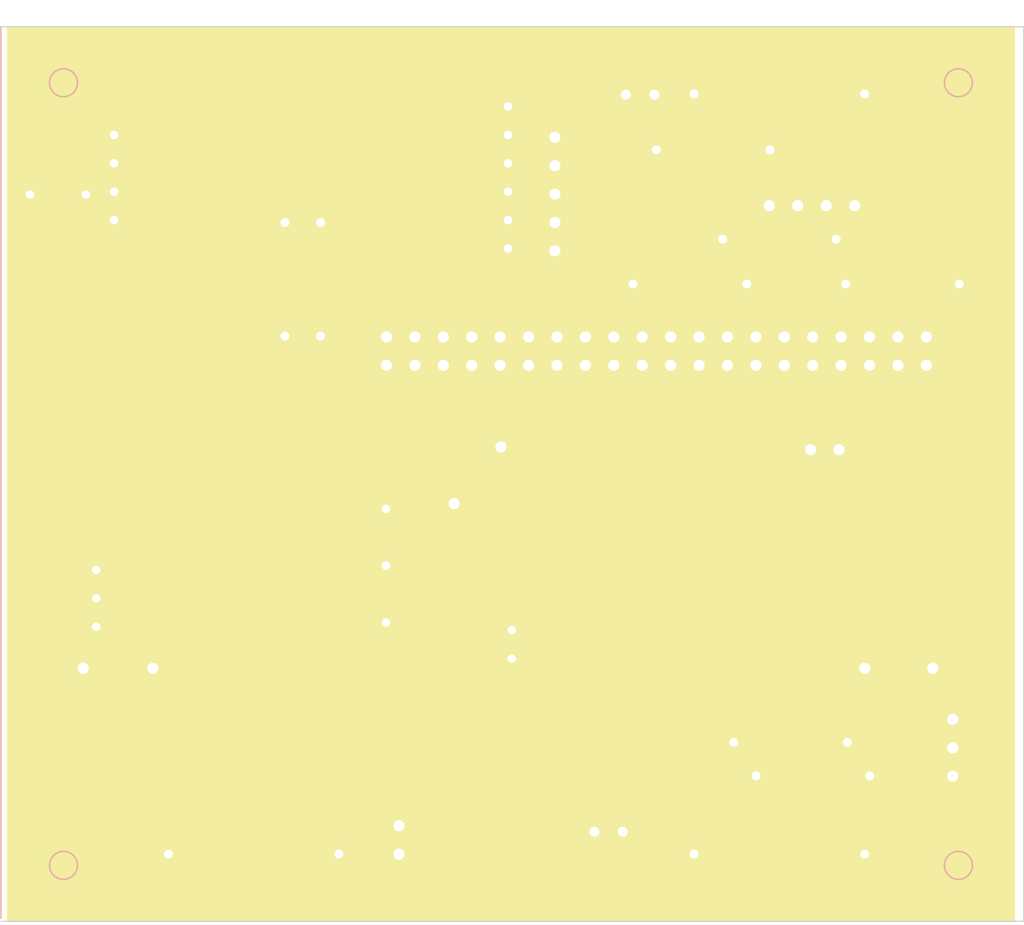
<source format=kicad_pcb>
(kicad_pcb (version 20211014) (generator pcbnew)
  (layers (0 "F.Cu" signal) (31 "B.Cu" signal) (34 "B.Paste" user) (35 "F.Paste" user) (36 "B.SilkS" user "B.Silkscreen") (37 "F.SilkS" user "F.Silkscreen") (38 "B.Mask" user) (39 "F.Mask" user) (44 "Edge.Cuts" user))
  (net 0 "")
  (net 1 "Net-(D1-Pad1)")
  (net 2 "GPIO18")
  (net 3 "Net-(D2-Pad1)")
  (net 4 "GPIO4")
  (net 5 "+3V3")
  (net 6 "+5V")
  (net 7 "GND")
  (net 10 "GPIO17")
  (net 11 "GPIO23")
  (net 15 "GPIO25")
  (net 29 "GPIO21")
  (net 30 "Net-(J4-Pad1)")
  (net 35 "Net-(SW3-Pad1)")
  (net 36 "Net-(J1-Pad15)")
  (net 38 "GPIO2")
  (net 39 "GPIO3")
  (net 41 "GPIO27")
  (net 42 "Net-(J1-Pad17)")
  (footprint "Ma_librairie1:Rtc_arduino" (layer "F.Cu") (at 94.98119 48.09)
    (fp_text reference "U1" (at 16.51 10.5 unlocked) (layer "F.SilkS"))
    (fp_text value "Horloge_Arduino" (at 16.51 12 unlocked) (layer "F.SilkS"))
    (fp_text user "VCC" (at 2.738536 12.328536) (layer "F.SilkS") (effects (font (size 1 0.9) (thickness 0.125)) (justify left top)))
    (fp_text user "SDA" (at 2.568788 9.66) (layer "F.SilkS") (effects (font (size 1 0.9) (thickness 0.125)) (justify left top)))
    (fp_text user "SDA" (at 32.509862 12.10463) (layer "F.SilkS") (effects (font (size 1 0.9) (thickness 0.125)) (justify left top)))
    (fp_text user "SCL" (at 32.395583 9.533349) (layer "F.SilkS") (effects (font (size 1 0.9) (thickness 0.125)) (justify left top)))
    (fp_text user "DS 3231" (at 14.096081 -2.13969) (layer "F.SilkS") (effects (font (size 1 0.9) (thickness 0.125)) (justify left top)))
    (fp_text user "SCL" (at 2.668782 7.147829) (layer "F.SilkS") (effects (font (size 1 0.9) (thickness 0.125)) (justify left top)))
    (fp_text user "GND" (at 32.452722 17.247192) (layer "F.SilkS") (effects (font (size 1 0.9) (thickness 0.125)) (justify left top)))
    (fp_text user "GND" (at 2.567117 14.697117) (layer "F.SilkS") (effects (font (size 1 0.9) (thickness 0.125)) (justify left top)))
    (fp_text user "SQW" (at 32.452722 7.076347) (layer "F.SilkS") (effects (font (size 1 0.9) (thickness 0.125)) (justify left top)))
    (fp_text user "VCC" (at 32.395583 14.733051) (layer "F.SilkS") (effects (font (size 1 0.9) (thickness 0.125)) (justify left top)))
    (fp_text user "32K" (at 32.395583 4.676485) (layer "F.SilkS") (effects (font (size 1 0.9) (thickness 0.125)) (justify left top)))
    (fp_line (start 38.11 21.97) (end 38.11 -0.03) (layer "F.SilkS") (width 0.2))
    (fp_line (start 0.11 -0.03) (end 0.11 21.97) (layer "F.SilkS") (width 0.2))
    (fp_line (start 0.11 21.97) (end 38.11 21.97) (layer "F.SilkS") (width 0.2))
    (fp_line (start 0.11 -0.03) (end 38.11 -0.03) (layer "F.SilkS") (width 0.2))
    (fp_circle (center 17.11 10.97) (end 27.11 10.97) (layer "F.SilkS") (width 0.2) (fill none))
    (fp_circle (center 4.11 2.22) (end 5.31 2.22) (layer "F.SilkS") (width 0.2) (fill none))
    (fp_circle (center 30.11 2.22) (end 31.31 2.22) (layer "F.SilkS") (width 0.2) (fill none))
    (fp_circle (center 30.11 19.72) (end 31.31 19.72) (layer "F.SilkS") (width 0.2) (fill none))
    (pad "1" thru_hole circle (at 1.5 7.58) (size 1.524 1.524) (drill 0.762) (layers *.Cu *.Mask))
    (pad "2" thru_hole circle (at 1.5 10.12) (size 1.524 1.524) (drill 0.762) (layers *.Cu *.Mask))
    (pad "3" thru_hole circle (at 1.5 12.66) (size 1.524 1.524) (drill 0.762) (layers *.Cu *.Mask) (net 5 "+3V3"))
    (pad "4" thru_hole circle (at 1.5 15.2) (size 1.524 1.524) (drill 0.762) (layers *.Cu *.Mask) (net 7 "GND"))
    (pad "5" thru_hole circle (at 36.72 17.74) (size 1.524 1.524) (drill 0.762) (layers *.Cu *.Mask) (net 7 "GND"))
    (pad "6" thru_hole circle (at 36.72 15.2) (size 1.524 1.524) (drill 0.762) (layers *.Cu *.Mask) (net 5 "+3V3"))
    (pad "7" thru_hole circle (at 36.72 12.66) (size 1.524 1.524) (drill 0.762) (layers *.Cu *.Mask) (net 38 "GPIO2"))
    (pad "8" thru_hole circle (at 36.72 10.12) (size 1.524 1.524) (drill 0.762) (layers *.Cu *.Mask) (net 39 "GPIO3"))
    (pad "9" thru_hole circle (at 36.72 7.58) (size 1.524 1.524) (drill 0.762) (layers *.Cu *.Mask))
    (pad "10" thru_hole circle (at 36.72 5.04) (size 1.524 1.524) (drill 0.762) (layers *.Cu *.Mask))
  )
  (footprint "Resistor_THT:R_Axial_DIN0207_L6.3mm_D2.5mm_P15.24mm_Horizontal" (layer "F.Cu") (at 101.34119 120)
    (fp_text reference "SW3" (at 7.62 -2.37) (layer "F.SilkS"))
    (fp_text value "SW_Reed")
    (fp_line (start 10.89 1.37) (end 10.89 -1.37) (layer "F.SilkS") (width 0.12))
    (fp_line (start 14.2 0) (end 10.89 0) (layer "F.SilkS") (width 0.12))
    (fp_line (start 4.35 1.37) (end 10.89 1.37) (layer "F.SilkS") (width 0.12))
    (fp_line (start 4.35 -1.37) (end 4.35 1.37) (layer "F.SilkS") (width 0.12))
    (fp_line (start 1.04 0) (end 4.35 0) (layer "F.SilkS") (width 0.12))
    (fp_line (start 10.89 -1.37) (end 4.35 -1.37) (layer "F.SilkS") (width 0.12))
    (pad "1" thru_hole circle (at 0 0) (size 1.6 1.6) (drill 0.8) (layers *.Cu *.Mask) (net 35 "Net-(SW3-Pad1)"))
    (pad "2" thru_hole oval (at 15.24 0) (size 1.6 1.6) (drill 0.8) (layers *.Cu *.Mask) (net 30 "Net-(J4-Pad1)"))
  )
  (footprint "Ma_librairie1:Relai_arduino" (layer "F.Cu") (at 92.28619 81.075)
    (fp_text reference "U2" (at 16 15.5 unlocked) (layer "F.SilkS"))
    (fp_text value "relai_Arduino" (at 16 17 unlocked) (layer "F.SilkS"))
    (fp_line (start 33.5 0) (end 33.5 26) (layer "F.SilkS") (width 0.2))
    (fp_line (start 0 0) (end 33.5 0) (layer "F.SilkS") (width 0.2))
    (fp_line (start 32 22) (end 32 5.5) (layer "F.SilkS") (width 0.2))
    (fp_line (start 6 22) (end 6 5.5) (layer "F.SilkS") (width 0.2))
    (fp_line (start 6 5.5) (end 32 5.5) (layer "F.SilkS") (width 0.2))
    (fp_line (start 25 22) (end 25 5.5) (layer "F.SilkS") (width 0.2))
    (fp_line (start 33.5 26) (end 0 26) (layer "F.SilkS") (width 0.2))
    (fp_line (start 6 22) (end 32 22) (layer "F.SilkS") (width 0.2))
    (fp_line (start 0 26) (end 0 0) (layer "F.SilkS") (width 0.2))
    (fp_circle (center 30.6 23.4) (end 32.1 23.4) (layer "F.SilkS") (width 0.2) (fill none))
    (fp_circle (center 2.6 23.4) (end 4.1 23.4) (layer "F.SilkS") (width 0.2) (fill none))
    (fp_circle (center 2.6 2.6) (end 4.1 2.6) (layer "F.SilkS") (width 0.2) (fill none))
    (fp_circle (center 30.6 2.6) (end 31.983771 2.6) (layer "F.SilkS") (width 0.2) (fill none))
    (pad "1" thru_hole rect (at 2.6 13.5) (size 1.524 1.524) (drill 0.762) (layers *.Cu *.Mask) (net 41 "GPIO27"))
    (pad "2" thru_hole circle (at 2.6 16.04) (size 1.524 1.524) (drill 0.762) (layers *.Cu *.Mask) (net 6 "+5V"))
    (pad "3" thru_hole circle (at 2.6 18.58) (size 1.524 1.524) (drill 0.762) (layers *.Cu *.Mask) (net 7 "GND"))
    (pad "4" thru_hole circle (at 28.5 18.21) (size 1.524 1.524) (drill 0.762) (layers *.Cu *.Mask))
    (pad "5" thru_hole circle (at 28.5 13.13) (size 1.524 1.524) (drill 0.762) (layers *.Cu *.Mask))
    (pad "6" thru_hole circle (at 28.5 8.05) (size 1.524 1.524) (drill 0.762) (layers *.Cu *.Mask))
  )
  (footprint "Ma_librairie1:Jauge_arduino" (layer "F.Cu") (at 129.49919 85.995)
    (fp_text reference "U3" (at 33.02 13.51 unlocked) (layer "F.SilkS"))
    (fp_text value "jauge" (at 33.02 15.01 unlocked) (layer "F.SilkS"))
    (fp_text user "+12V" (at 3.156424 16.266353) (layer "F.SilkS") (effects (font (size 0.5 0.45) (thickness 0.0625)) (justify left top)))
    (fp_text user "GND" (at 3.213528 13.714811) (layer "F.SilkS") (effects (font (size 0.5 0.45) (thickness 0.0625)) (justify left top)))
    (fp_line (start 41.074 18.41) (end 0.074 18.41) (layer "F.SilkS") (width 0.2))
    (fp_line (start 10.074 15.16) (end 31.074 15.16) (layer "F.SilkS") (width 0.2))
    (fp_line (start 0.074 1.91) (end 41.074 1.91) (layer "F.SilkS") (width 0.2))
    (fp_line (start 0.074 18.41) (end 0.074 1.91) (layer "F.SilkS") (width 0.2))
    (fp_line (start 27.074 6.66) (end 27.074 13.66) (layer "F.SilkS") (width 0.2))
    (fp_line (start 5.074 0.16) (end 5.074 20.16) (layer "F.SilkS") (width 0.2))
    (fp_line (start 20.574 6.66) (end 20.574 13.66) (layer "F.SilkS") (width 0.2))
    (fp_line (start 17.574 6.66) (end 17.574 13.66) (layer "F.SilkS") (width 0.2))
    (fp_line (start 13.074 13.66) (end 16.074 13.66) (layer "F.SilkS") (width 0.2))
    (fp_line (start 22.074 6.66) (end 22.074 13.66) (layer "F.SilkS") (width 0.2))
    (fp_line (start 8.074 7.66) (end 10.074 7.66) (layer "F.SilkS") (width 0.2))
    (fp_line (start 8.074 7.66) (end 8.074 12.66) (layer "F.SilkS") (width 0.2))
    (fp_line (start 22.074 13.66) (end 25.074 13.66) (layer "F.SilkS") (width 0.2))
    (fp_line (start 25.074 6.66) (end 25.074 13.66) (layer "F.SilkS") (width 0.2))
    (fp_line (start 31.074 5.16) (end 31.074 15.16) (layer "F.SilkS") (width 0.2))
    (fp_line (start 17.574 6.66) (end 20.574 6.66) (layer "F.SilkS") (width 0.2))
    (fp_line (start 13.074 6.66) (end 13.074 13.66) (layer "F.SilkS") (width 0.2))
    (fp_line (start 36.074 0.16) (end 36.074 20.16) (layer "F.SilkS") (width 0.2))
    (fp_line (start 17.574 13.66) (end 20.574 13.66) (layer "F.SilkS") (width 0.2))
    (fp_line (start 41.074 1.91) (end 41.074 18.41) (layer "F.SilkS") (width 0.2))
    (fp_line (start 22.074 6.66) (end 25.074 6.66) (layer "F.SilkS") (width 0.2))
    (fp_line (start 27.074 6.66) (end 30.074 6.66) (layer "F.SilkS") (width 0.2))
    (fp_line (start 13.074 6.66) (end 16.074 6.66) (layer "F.SilkS") (width 0.2))
    (fp_line (start 10.074 5.16) (end 10.074 15.16) (layer "F.SilkS") (width 0.2))
    (fp_line (start 5.074 20.16) (end 36.074 20.16) (layer "F.SilkS") (width 0.2))
    (fp_line (start 5.074 0.16) (end 36.074 0.16) (layer "F.SilkS") (width 0.2))
    (fp_line (start 27.074 13.66) (end 30.074 13.66) (layer "F.SilkS") (width 0.2))
    (fp_line (start 16.074 6.66) (end 16.074 13.66) (layer "F.SilkS") (width 0.2))
    (fp_line (start 10.074 5.16) (end 31.074 5.16) (layer "F.SilkS") (width 0.2))
    (fp_line (start 8.074 12.66) (end 10.074 12.66) (layer "F.SilkS") (width 0.2))
    (fp_line (start 30.074 6.66) (end 30.074 13.66) (layer "F.SilkS") (width 0.2))
    (fp_circle (center 38.574 10.16) (end 39.574 10.16) (layer "F.SilkS") (width 0.2) (fill none))
    (fp_circle (center 2.574 10.16) (end 3.574 10.16) (layer "F.SilkS") (width 0.2) (fill none))
    (pad "1" thru_hole rect (at 2.54 16.51) (size 1.524 1.524) (drill 0.762) (layers *.Cu *.Mask) (net 35 "Net-(SW3-Pad1)"))
    (pad "2" thru_hole circle (at 2.54 13.97) (size 1.524 1.524) (drill 0.762) (layers *.Cu *.Mask) (net 7 "GND"))
  )
  (footprint "Connector_PinHeader_2.54mm:PinHeader_2x20_P2.54mm_Vertical" (layer "F.Cu") (at 120.83619 76.275 90)
    (fp_text reference "J1" (at 1.27 -2.33 90) (layer "F.SilkS"))
    (fp_text value "Raspberry_Pi_2_3")
    (fp_line (start 3.87 -1.33) (end 3.87 49.59) (layer "F.SilkS") (width 0.12))
    (fp_line (start -1.33 1.27) (end -1.33 49.59) (layer "F.SilkS") (width 0.12))
    (fp_line (start -1.33 -1.33) (end 0 -1.33) (layer "F.SilkS") (width 0.12))
    (fp_line (start 1.27 1.27) (end 1.27 -1.33) (layer "F.SilkS") (width 0.12))
    (fp_line (start -1.33 1.27) (end 1.27 1.27) (layer "F.SilkS") (width 0.12))
    (fp_line (start 1.27 -1.33) (end 3.87 -1.33) (layer "F.SilkS") (width 0.12))
    (fp_line (start -1.33 0) (end -1.33 -1.33) (layer "F.SilkS") (width 0.12))
    (fp_line (start -1.33 49.59) (end 3.87 49.59) (layer "F.SilkS") (width 0.12))
    (pad "1" thru_hole rect (at 0 0 90) (size 1.7 1.7) (drill 1) (layers *.Cu *.Mask) (net 5 "+3V3"))
    (pad "2" thru_hole oval (at 2.54 0 90) (size 1.7 1.7) (drill 1) (layers *.Cu *.Mask) (net 6 "+5V"))
    (pad "3" thru_hole oval (at 0 2.54 90) (size 1.7 1.7) (drill 1) (layers *.Cu *.Mask) (net 38 "GPIO2"))
    (pad "4" thru_hole oval (at 2.54 2.54 90) (size 1.7 1.7) (drill 1) (layers *.Cu *.Mask) (net 6 "+5V"))
    (pad "5" thru_hole oval (at 0 5.08 90) (size 1.7 1.7) (drill 1) (layers *.Cu *.Mask) (net 39 "GPIO3"))
    (pad "6" thru_hole oval (at 2.54 5.08 90) (size 1.7 1.7) (drill 1) (layers *.Cu *.Mask) (net 7 "GND"))
    (pad "7" thru_hole oval (at 0 7.62 90) (size 1.7 1.7) (drill 1) (layers *.Cu *.Mask) (net 4 "GPIO4"))
    (pad "8" thru_hole oval (at 2.54 7.62 90) (size 1.7 1.7) (drill 1) (layers *.Cu *.Mask))
    (pad "9" thru_hole oval (at 0 10.16 90) (size 1.7 1.7) (drill 1) (layers *.Cu *.Mask) (net 7 "GND"))
    (pad "10" thru_hole oval (at 2.54 10.16 90) (size 1.7 1.7) (drill 1) (layers *.Cu *.Mask))
    (pad "11" thru_hole oval (at 0 12.7 90) (size 1.7 1.7) (drill 1) (layers *.Cu *.Mask) (net 10 "GPIO17"))
    (pad "12" thru_hole oval (at 2.54 12.7 90) (size 1.7 1.7) (drill 1) (layers *.Cu *.Mask) (net 2 "GPIO18"))
    (pad "13" thru_hole oval (at 0 15.24 90) (size 1.7 1.7) (drill 1) (layers *.Cu *.Mask) (net 41 "GPIO27"))
    (pad "14" thru_hole oval (at 2.54 15.24 90) (size 1.7 1.7) (drill 1) (layers *.Cu *.Mask) (net 7 "GND"))
    (pad "15" thru_hole oval (at 0 17.78 90) (size 1.7 1.7) (drill 1) (layers *.Cu *.Mask) (net 36 "Net-(J1-Pad15)"))
    (pad "16" thru_hole oval (at 2.54 17.78 90) (size 1.7 1.7) (drill 1) (layers *.Cu *.Mask) (net 11 "GPIO23"))
    (pad "17" thru_hole oval (at 0 20.32 90) (size 1.7 1.7) (drill 1) (layers *.Cu *.Mask) (net 42 "Net-(J1-Pad17)"))
    (pad "18" thru_hole oval (at 2.54 20.32 90) (size 1.7 1.7) (drill 1) (layers *.Cu *.Mask))
    (pad "19" thru_hole oval (at 0 22.86 90) (size 1.7 1.7) (drill 1) (layers *.Cu *.Mask))
    (pad "20" thru_hole oval (at 2.54 22.86 90) (size 1.7 1.7) (drill 1) (layers *.Cu *.Mask) (net 7 "GND"))
    (pad "21" thru_hole oval (at 0 25.4 90) (size 1.7 1.7) (drill 1) (layers *.Cu *.Mask))
    (pad "22" thru_hole oval (at 2.54 25.4 90) (size 1.7 1.7) (drill 1) (layers *.Cu *.Mask) (net 15 "GPIO25"))
    (pad "23" thru_hole oval (at 0 27.94 90) (size 1.7 1.7) (drill 1) (layers *.Cu *.Mask))
    (pad "24" thru_hole oval (at 2.54 27.94 90) (size 1.7 1.7) (drill 1) (layers *.Cu *.Mask))
    (pad "25" thru_hole oval (at 0 30.48 90) (size 1.7 1.7) (drill 1) (layers *.Cu *.Mask) (net 7 "GND"))
    (pad "26" thru_hole oval (at 2.54 30.48 90) (size 1.7 1.7) (drill 1) (layers *.Cu *.Mask))
    (pad "27" thru_hole oval (at 0 33.02 90) (size 1.7 1.7) (drill 1) (layers *.Cu *.Mask))
    (pad "28" thru_hole oval (at 2.54 33.02 90) (size 1.7 1.7) (drill 1) (layers *.Cu *.Mask))
    (pad "29" thru_hole oval (at 0 35.56 90) (size 1.7 1.7) (drill 1) (layers *.Cu *.Mask))
    (pad "30" thru_hole oval (at 2.54 35.56 90) (size 1.7 1.7) (drill 1) (layers *.Cu *.Mask) (net 7 "GND"))
    (pad "31" thru_hole oval (at 0 38.1 90) (size 1.7 1.7) (drill 1) (layers *.Cu *.Mask))
    (pad "32" thru_hole oval (at 2.54 38.1 90) (size 1.7 1.7) (drill 1) (layers *.Cu *.Mask))
    (pad "33" thru_hole oval (at 0 40.64 90) (size 1.7 1.7) (drill 1) (layers *.Cu *.Mask))
    (pad "34" thru_hole oval (at 2.54 40.64 90) (size 1.7 1.7) (drill 1) (layers *.Cu *.Mask) (net 7 "GND"))
    (pad "35" thru_hole oval (at 0 43.18 90) (size 1.7 1.7) (drill 1) (layers *.Cu *.Mask))
    (pad "36" thru_hole oval (at 2.54 43.18 90) (size 1.7 1.7) (drill 1) (layers *.Cu *.Mask))
    (pad "37" thru_hole oval (at 0 45.72 90) (size 1.7 1.7) (drill 1) (layers *.Cu *.Mask))
    (pad "38" thru_hole oval (at 2.54 45.72 90) (size 1.7 1.7) (drill 1) (layers *.Cu *.Mask))
    (pad "39" thru_hole oval (at 0 48.26 90) (size 1.7 1.7) (drill 1) (layers *.Cu *.Mask) (net 7 "GND"))
    (pad "40" thru_hole oval (at 2.54 48.26 90) (size 1.7 1.7) (drill 1) (layers *.Cu *.Mask) (net 29 "GPIO21"))
  )
  (footprint "Resistor_THT:R_Axial_DIN0207_L6.3mm_D2.5mm_P10.16mm_Horizontal" (layer "F.Cu") (at 151.88119 110)
    (fp_text reference "R1" (at 5.08 -2.37) (layer "F.SilkS"))
    (fp_text value "220")
    (fp_line (start 1.81 -1.37) (end 1.81 1.37) (layer "F.SilkS") (width 0.12))
    (fp_line (start 1.04 0) (end 1.81 0) (layer "F.SilkS") (width 0.12))
    (fp_line (start 8.35 -1.37) (end 1.81 -1.37) (layer "F.SilkS") (width 0.12))
    (fp_line (start 1.81 1.37) (end 8.35 1.37) (layer "F.SilkS") (width 0.12))
    (fp_line (start 8.35 1.37) (end 8.35 -1.37) (layer "F.SilkS") (width 0.12))
    (fp_line (start 9.12 0) (end 8.35 0) (layer "F.SilkS") (width 0.12))
    (pad "1" thru_hole circle (at 0 0) (size 1.6 1.6) (drill 0.8) (layers *.Cu *.Mask) (net 3 "Net-(D2-Pad1)"))
    (pad "2" thru_hole oval (at 10.16 0) (size 1.6 1.6) (drill 0.8) (layers *.Cu *.Mask) (net 7 "GND"))
  )
  (footprint "Resistor_THT:R_Axial_DIN0207_L6.3mm_D2.5mm_P10.16mm_Horizontal" (layer "F.Cu") (at 142.88119 69)
    (fp_text reference "R3" (at 5.08 -2.37) (layer "F.SilkS"))
    (fp_text value "1K")
    (fp_line (start 8.35 1.37) (end 8.35 -1.37) (layer "F.SilkS") (width 0.12))
    (fp_line (start 1.81 -1.37) (end 1.81 1.37) (layer "F.SilkS") (width 0.12))
    (fp_line (start 9.12 0) (end 8.35 0) (layer "F.SilkS") (width 0.12))
    (fp_line (start 1.04 0) (end 1.81 0) (layer "F.SilkS") (width 0.12))
    (fp_line (start 1.81 1.37) (end 8.35 1.37) (layer "F.SilkS") (width 0.12))
    (fp_line (start 8.35 -1.37) (end 1.81 -1.37) (layer "F.SilkS") (width 0.12))
    (pad "1" thru_hole circle (at 0 0) (size 1.6 1.6) (drill 0.8) (layers *.Cu *.Mask) (net 11 "GPIO23"))
    (pad "2" thru_hole oval (at 10.16 0) (size 1.6 1.6) (drill 0.8) (layers *.Cu *.Mask) (net 7 "GND"))
  )
  (footprint "Resistor_THT:R_Axial_DIN0207_L6.3mm_D2.5mm_P10.16mm_Horizontal" (layer "F.Cu") (at 161.88119 69)
    (fp_text reference "R6" (at 5.08 -2.37) (layer "F.SilkS"))
    (fp_text value "1K")
    (fp_line (start 1.81 -1.37) (end 1.81 1.37) (layer "F.SilkS") (width 0.12))
    (fp_line (start 8.35 1.37) (end 8.35 -1.37) (layer "F.SilkS") (width 0.12))
    (fp_line (start 1.04 0) (end 1.81 0) (layer "F.SilkS") (width 0.12))
    (fp_line (start 1.81 1.37) (end 8.35 1.37) (layer "F.SilkS") (width 0.12))
    (fp_line (start 9.12 0) (end 8.35 0) (layer "F.SilkS") (width 0.12))
    (fp_line (start 8.35 -1.37) (end 1.81 -1.37) (layer "F.SilkS") (width 0.12))
    (pad "1" thru_hole circle (at 0 0) (size 1.6 1.6) (drill 0.8) (layers *.Cu *.Mask) (net 29 "GPIO21"))
    (pad "2" thru_hole oval (at 10.16 0) (size 1.6 1.6) (drill 0.8) (layers *.Cu *.Mask) (net 7 "GND"))
  )
  (footprint "Resistor_THT:R_Axial_DIN0207_L6.3mm_D2.5mm_P10.16mm_Horizontal" (layer "F.Cu") (at 153.88119 113)
    (fp_text reference "R4" (at 5.08 -2.37) (layer "F.SilkS"))
    (fp_text value "1K")
    (fp_line (start 1.81 -1.37) (end 1.81 1.37) (layer "F.SilkS") (width 0.12))
    (fp_line (start 1.81 1.37) (end 8.35 1.37) (layer "F.SilkS") (width 0.12))
    (fp_line (start 8.35 -1.37) (end 1.81 -1.37) (layer "F.SilkS") (width 0.12))
    (fp_line (start 1.04 0) (end 1.81 0) (layer "F.SilkS") (width 0.12))
    (fp_line (start 9.12 0) (end 8.35 0) (layer "F.SilkS") (width 0.12))
    (fp_line (start 8.35 1.37) (end 8.35 -1.37) (layer "F.SilkS") (width 0.12))
    (pad "1" thru_hole circle (at 0 0) (size 1.6 1.6) (drill 0.8) (layers *.Cu *.Mask) (net 10 "GPIO17"))
    (pad "2" thru_hole oval (at 10.16 0) (size 1.6 1.6) (drill 0.8) (layers *.Cu *.Mask) (net 7 "GND"))
  )
  (footprint "LED_THT:LED_D5.0mm_FlatTop" (layer "F.Cu") (at 144.78 52.07 180)
    (fp_text reference "D1" (at 1.27 -4.01) (layer "F.SilkS"))
    (fp_text value "LED_R_DROITE")
    (fp_line (start -1.29 -1.64) (end -1.29 1.64) (layer "F.SilkS") (width 0.12))
    (fp_arc (start 4.309999 -0.001958) (mid 2.125106 2.917258) (end -1.29 1.639512) (layer "F.SilkS") (width 0.12))
    (fp_arc (start -1.29 -1.639512) (mid 2.125106 -2.917258) (end 4.309999 0.001958) (layer "F.SilkS") (width 0.12))
    (fp_circle (center 1.27 0) (end 3.77 0) (layer "F.SilkS") (width 0.12) (fill none))
    (pad "1" thru_hole rect (at 0 0 180) (size 1.8 1.8) (drill 0.9) (layers *.Cu *.Mask) (net 1 "Net-(D1-Pad1)"))
    (pad "2" thru_hole circle (at 2.54 0 180) (size 1.8 1.8) (drill 0.9) (layers *.Cu *.Mask) (net 2 "GPIO18"))
  )
  (footprint "Connector_PinHeader_2.54mm:PinHeader_1x02_P2.54mm_Vertical" (layer "F.Cu") (at 121.96119 120 180)
    (property "Reference" "J?")
    (property "Value" "12v_conv")
    (fp_text reference "J4" (at 0 -2.33 180) (layer "F.SilkS"))
    (fp_text value "12V CONV")
    (fp_line (start -1.33 1.27) (end 1.33 1.27) (layer "F.SilkS") (width 0.12))
    (fp_line (start -1.33 -1.33) (end 0 -1.33) (layer "F.SilkS") (width 0.12))
    (fp_line (start -1.33 1.27) (end -1.33 3.87) (layer "F.SilkS") (width 0.12))
    (fp_line (start 1.33 1.27) (end 1.33 3.87) (layer "F.SilkS") (width 0.12))
    (fp_line (start -1.33 3.87) (end 1.33 3.87) (layer "F.SilkS") (width 0.12))
    (fp_line (start -1.33 0) (end -1.33 -1.33) (layer "F.SilkS") (width 0.12))
    (pad "1" thru_hole rect (at 0 0 180) (size 1.7 1.7) (drill 1) (layers *.Cu *.Mask) (net 30 "Net-(J4-Pad1)"))
    (pad "2" thru_hole oval (at 0 2.54 180) (size 1.7 1.7) (drill 1) (layers *.Cu *.Mask) (net 7 "GND"))
  )
  (footprint "Resistor_THT:R_Axial_DIN0207_L6.3mm_D2.5mm_P10.16mm_Horizontal" (layer "F.Cu") (at 111.76 73.66 90)
    (fp_text reference "R8" (at 5.08 -2.37 90) (layer "F.SilkS"))
    (fp_text value "1K")
    (fp_line (start 1.81 -1.37) (end 1.81 1.37) (layer "F.SilkS") (width 0.12))
    (fp_line (start 8.35 -1.37) (end 1.81 -1.37) (layer "F.SilkS") (width 0.12))
    (fp_line (start 8.35 1.37) (end 8.35 -1.37) (layer "F.SilkS") (width 0.12))
    (fp_line (start 1.04 0) (end 1.81 0) (layer "F.SilkS") (width 0.12))
    (fp_line (start 1.81 1.37) (end 8.35 1.37) (layer "F.SilkS") (width 0.12))
    (fp_line (start 9.12 0) (end 8.35 0) (layer "F.SilkS") (width 0.12))
    (pad "1" thru_hole circle (at 0 0 90) (size 1.6 1.6) (drill 0.8) (layers *.Cu *.Mask) (net 5 "+3V3"))
    (pad "2" thru_hole oval (at 10.16 0 90) (size 1.6 1.6) (drill 0.8) (layers *.Cu *.Mask) (net 38 "GPIO2"))
  )
  (footprint "Ma_librairie1:strapp" (layer "F.Cu") (at 88.96119 61 180)
    (fp_text reference "U4" (at -5.08 -7.85 180 unlocked) (layer "F.SilkS"))
    (fp_text value "Pin_strapp")
    (pad "1" thru_hole circle (at 0 0 180) (size 2 2) (drill 0.762) (layers *.Cu *.Mask) (net 42 "Net-(J1-Pad17)"))
  )
  (footprint "LED_THT:LED_D5.0mm_FlatTop" (layer "F.Cu") (at 141.96119 118 180)
    (fp_text reference "D2" (at 1.27 -4.01) (layer "F.SilkS"))
    (fp_text value "LED_V_GAUCHE")
    (fp_line (start -1.29 -1.64) (end -1.29 1.64) (layer "F.SilkS") (width 0.12))
    (fp_arc (start 4.309999 -0.001958) (mid 2.125106 2.917258) (end -1.29 1.639512) (layer "F.SilkS") (width 0.12))
    (fp_arc (start -1.29 -1.639512) (mid 2.125106 -2.917258) (end 4.309999 0.001958) (layer "F.SilkS") (width 0.12))
    (fp_circle (center 1.27 0) (end 3.77 0) (layer "F.SilkS") (width 0.12) (fill none))
    (pad "1" thru_hole rect (at 0 0 180) (size 1.8 1.8) (drill 0.9) (layers *.Cu *.Mask) (net 3 "Net-(D2-Pad1)"))
    (pad "2" thru_hole circle (at 2.54 0 180) (size 1.8 1.8) (drill 0.9) (layers *.Cu *.Mask) (net 4 "GPIO4"))
  )
  (footprint "Connector_PinHeader_2.54mm:PinHeader_1x03_P2.54mm_Vertical" (layer "F.Cu") (at 171.45 113.03 180)
    (property "Reference" "J?")
    (property "Value" "5v_conv")
    (fp_text reference "J6" (at 0 -2.33 180) (layer "F.SilkS"))
    (fp_text value "5V CONV")
    (fp_line (start -1.33 6.41) (end 1.33 6.41) (layer "F.SilkS") (width 0.12))
    (fp_line (start -1.33 0) (end -1.33 -1.33) (layer "F.SilkS") (width 0.12))
    (fp_line (start -1.33 1.27) (end 1.33 1.27) (layer "F.SilkS") (width 0.12))
    (fp_line (start -1.33 1.27) (end -1.33 6.41) (layer "F.SilkS") (width 0.12))
    (fp_line (start -1.33 -1.33) (end 0 -1.33) (layer "F.SilkS") (width 0.12))
    (fp_line (start 1.33 1.27) (end 1.33 6.41) (layer "F.SilkS") (width 0.12))
    (pad "1" thru_hole rect (at 0 0 180) (size 1.7 1.7) (drill 1) (layers *.Cu *.Mask) (net 6 "+5V"))
    (pad "2" thru_hole oval (at 0 2.54 180) (size 1.7 1.7) (drill 1) (layers *.Cu *.Mask) (net 7 "GND"))
    (pad "3" thru_hole oval (at 0 5.08 180) (size 1.7 1.7) (drill 1) (layers *.Cu *.Mask) (net 6 "+5V"))
  )
  (footprint "Resistor_THT:R_Axial_DIN0207_L6.3mm_D2.5mm_P10.16mm_Horizontal" (layer "F.Cu") (at 114.935 73.66 90)
    (fp_text reference "R7" (at 5.08 -2.37 90) (layer "F.SilkS"))
    (fp_text value "1K")
    (fp_line (start 8.35 -1.37) (end 1.81 -1.37) (layer "F.SilkS") (width 0.12))
    (fp_line (start 1.81 1.37) (end 8.35 1.37) (layer "F.SilkS") (width 0.12))
    (fp_line (start 8.35 1.37) (end 8.35 -1.37) (layer "F.SilkS") (width 0.12))
    (fp_line (start 1.81 -1.37) (end 1.81 1.37) (layer "F.SilkS") (width 0.12))
    (fp_line (start 1.04 0) (end 1.81 0) (layer "F.SilkS") (width 0.12))
    (fp_line (start 9.12 0) (end 8.35 0) (layer "F.SilkS") (width 0.12))
    (pad "1" thru_hole circle (at 0 0 90) (size 1.6 1.6) (drill 0.8) (layers *.Cu *.Mask) (net 5 "+3V3"))
    (pad "2" thru_hole oval (at 10.16 0 90) (size 1.6 1.6) (drill 0.8) (layers *.Cu *.Mask) (net 39 "GPIO3"))
  )
  (footprint "Connector_PinHeader_2.54mm:PinHeader_1x04_P2.54mm_Vertical" (layer "F.Cu") (at 155.06119 62 90)
    (property "Reference" "J3")
    (property "Value" "FACADE")
    (fp_text reference "J3" (at 0 -2.33 90) (layer "F.SilkS"))
    (fp_text value "FACADE")
    (fp_line (start -1.33 1.27) (end -1.33 8.95) (layer "F.SilkS") (width 0.12))
    (fp_line (start -1.33 1.27) (end 1.33 1.27) (layer "F.SilkS") (width 0.12))
    (fp_line (start -1.33 0) (end -1.33 -1.33) (layer "F.SilkS") (width 0.12))
    (fp_line (start 1.33 1.27) (end 1.33 8.95) (layer "F.SilkS") (width 0.12))
    (fp_line (start -1.33 8.95) (end 1.33 8.95) (layer "F.SilkS") (width 0.12))
    (fp_line (start -1.33 -1.33) (end 0 -1.33) (layer "F.SilkS") (width 0.12))
    (pad "1" thru_hole rect (at 0 0 90) (size 1.7 1.7) (drill 1) (layers *.Cu *.Mask) (net 15 "GPIO25"))
    (pad "2" thru_hole oval (at 0 2.54 90) (size 1.7 1.7) (drill 1) (layers *.Cu *.Mask) (net 29 "GPIO21"))
    (pad "3" thru_hole oval (at 0 5.08 90) (size 1.7 1.7) (drill 1) (layers *.Cu *.Mask))
    (pad "4" thru_hole oval (at 0 7.62 90) (size 1.7 1.7) (drill 1) (layers *.Cu *.Mask) (net 7 "GND"))
  )
  (footprint "Connector_PinHeader_2.54mm:PinHeader_1x02_P2.54mm_Vertical" (layer "F.Cu") (at 161.29 83.82 -90)
    (property "Reference" "J2")
    (property "Value" "CDE_ESP")
    (fp_text reference "J2" (at 0 -2.33 90) (layer "F.SilkS"))
    (fp_text value "CDE_ESC")
    (fp_line (start -1.33 1.27) (end 1.33 1.27) (layer "F.SilkS") (width 0.12))
    (fp_line (start -1.33 -1.33) (end 0 -1.33) (layer "F.SilkS") (width 0.12))
    (fp_line (start -1.33 3.87) (end 1.33 3.87) (layer "F.SilkS") (width 0.12))
    (fp_line (start -1.33 1.27) (end -1.33 3.87) (layer "F.SilkS") (width 0.12))
    (fp_line (start -1.33 0) (end -1.33 -1.33) (layer "F.SilkS") (width 0.12))
    (fp_line (start 1.33 1.27) (end 1.33 3.87) (layer "F.SilkS") (width 0.12))
    (pad "1" thru_hole rect (at 0 0 270) (size 1.7 1.7) (drill 1) (layers *.Cu *.Mask) (net 7 "GND"))
    (pad "2" thru_hole oval (at 0 2.54 270) (size 1.7 1.7) (drill 1) (layers *.Cu *.Mask) (net 36 "Net-(J1-Pad15)"))
  )
  (footprint "Resistor_THT:R_Axial_DIN0207_L6.3mm_D2.5mm_P15.24mm_Horizontal" (layer "F.Cu") (at 148.34119 52)
    (fp_text reference "SW1" (at 7.62 -2.37) (layer "F.SilkS"))
    (fp_text value "DROITE")
    (fp_line (start 4.35 1.37) (end 10.89 1.37) (layer "F.SilkS") (width 0.12))
    (fp_line (start 10.89 -1.37) (end 4.35 -1.37) (layer "F.SilkS") (width 0.12))
    (fp_line (start 1.04 0) (end 4.35 0) (layer "F.SilkS") (width 0.12))
    (fp_line (start 4.35 -1.37) (end 4.35 1.37) (layer "F.SilkS") (width 0.12))
    (fp_line (start 14.2 0) (end 10.89 0) (layer "F.SilkS") (width 0.12))
    (fp_line (start 10.89 1.37) (end 10.89 -1.37) (layer "F.SilkS") (width 0.12))
    (pad "1" thru_hole circle (at 0 0) (size 1.6 1.6) (drill 0.8) (layers *.Cu *.Mask) (net 11 "GPIO23"))
    (pad "2" thru_hole oval (at 15.24 0) (size 1.6 1.6) (drill 0.8) (layers *.Cu *.Mask) (net 6 "+5V"))
  )
  (footprint "Resistor_THT:R_Axial_DIN0207_L6.3mm_D2.5mm_P10.16mm_Horizontal" (layer "F.Cu") (at 150.88119 65)
    (fp_text reference "R5" (at 5.08 -2.37) (layer "F.SilkS"))
    (fp_text value "1K")
    (fp_line (start 8.35 1.37) (end 8.35 -1.37) (layer "F.SilkS") (width 0.12))
    (fp_line (start 1.81 -1.37) (end 1.81 1.37) (layer "F.SilkS") (width 0.12))
    (fp_line (start 9.12 0) (end 8.35 0) (layer "F.SilkS") (width 0.12))
    (fp_line (start 1.81 1.37) (end 8.35 1.37) (layer "F.SilkS") (width 0.12))
    (fp_line (start 8.35 -1.37) (end 1.81 -1.37) (layer "F.SilkS") (width 0.12))
    (fp_line (start 1.04 0) (end 1.81 0) (layer "F.SilkS") (width 0.12))
    (pad "1" thru_hole circle (at 0 0) (size 1.6 1.6) (drill 0.8) (layers *.Cu *.Mask) (net 15 "GPIO25"))
    (pad "2" thru_hole oval (at 10.16 0) (size 1.6 1.6) (drill 0.8) (layers *.Cu *.Mask) (net 7 "GND"))
  )
  (footprint "Resistor_THT:R_Axial_DIN0207_L6.3mm_D2.5mm_P15.24mm_Horizontal" (layer "F.Cu") (at 148.34119 120)
    (fp_text reference "SW2" (at 7.62 -2.37) (layer "F.SilkS"))
    (fp_text value "GAUCHE")
    (fp_line (start 4.35 1.37) (end 10.89 1.37) (layer "F.SilkS") (width 0.12))
    (fp_line (start 10.89 1.37) (end 10.89 -1.37) (layer "F.SilkS") (width 0.12))
    (fp_line (start 14.2 0) (end 10.89 0) (layer "F.SilkS") (width 0.12))
    (fp_line (start 4.35 -1.37) (end 4.35 1.37) (layer "F.SilkS") (width 0.12))
    (fp_line (start 10.89 -1.37) (end 4.35 -1.37) (layer "F.SilkS") (width 0.12))
    (fp_line (start 1.04 0) (end 4.35 0) (layer "F.SilkS") (width 0.12))
    (pad "1" thru_hole circle (at 0 0) (size 1.6 1.6) (drill 0.8) (layers *.Cu *.Mask) (net 10 "GPIO17"))
    (pad "2" thru_hole oval (at 15.24 0) (size 1.6 1.6) (drill 0.8) (layers *.Cu *.Mask) (net 6 "+5V"))
  )
  (footprint "Ma_librairie1:strapp" (layer "F.Cu") (at 93.96119 61 180)
    (fp_text reference "U5" (at -5.08 -7.85 180 unlocked) (layer "F.SilkS"))
    (fp_text value "Pin_strapp")
    (pad "1" thru_hole circle (at 0 0 180) (size 2 2) (drill 0.762) (layers *.Cu *.Mask) (net 5 "+3V3"))
  )
  (footprint "Connector_PinHeader_2.54mm:PinHeader_1x05_P2.54mm_Vertical" (layer "F.Cu") (at 135.89 55.88)
    (fp_text reference "J5" (at 0 -2.33) (layer "F.SilkS"))
    (fp_text value "BAR 30")
    (fp_line (start -1.33 1.27) (end -1.33 11.49) (layer "F.SilkS") (width 0.12))
    (fp_line (start -1.33 1.27) (end 1.33 1.27) (layer "F.SilkS") (width 0.12))
    (fp_line (start -1.33 11.49) (end 1.33 11.49) (layer "F.SilkS") (width 0.12))
    (fp_line (start -1.33 0) (end -1.33 -1.33) (layer "F.SilkS") (width 0.12))
    (fp_line (start -1.33 -1.33) (end 0 -1.33) (layer "F.SilkS") (width 0.12))
    (fp_line (start 1.33 1.27) (end 1.33 11.49) (layer "F.SilkS") (width 0.12))
    (pad "1" thru_hole rect (at 0 0) (size 1.7 1.7) (drill 1) (layers *.Cu *.Mask) (net 39 "GPIO3"))
    (pad "2" thru_hole oval (at 0 2.54) (size 1.7 1.7) (drill 1) (layers *.Cu *.Mask) (net 38 "GPIO2"))
    (pad "3" thru_hole oval (at 0 5.08) (size 1.7 1.7) (drill 1) (layers *.Cu *.Mask) (net 5 "+3V3"))
    (pad "4" thru_hole oval (at 0 7.62) (size 1.7 1.7) (drill 1) (layers *.Cu *.Mask) (net 7 "GND"))
    (pad "5" thru_hole oval (at 0 10.16) (size 1.7 1.7) (drill 1) (layers *.Cu *.Mask) (net 7 "GND"))
  )
  (footprint "Resistor_THT:R_Axial_DIN0207_L6.3mm_D2.5mm_P10.16mm_Horizontal" (layer "F.Cu") (at 144.96119 57)
    (fp_text reference "R2" (at 5.08 -2.37) (layer "F.SilkS"))
    (fp_text value "220")
    (fp_line (start 1.81 1.37) (end 8.35 1.37) (layer "F.SilkS") (width 0.12))
    (fp_line (start 8.35 -1.37) (end 1.81 -1.37) (layer "F.SilkS") (width 0.12))
    (fp_line (start 1.81 -1.37) (end 1.81 1.37) (layer "F.SilkS") (width 0.12))
    (fp_line (start 8.35 1.37) (end 8.35 -1.37) (layer "F.SilkS") (width 0.12))
    (fp_line (start 1.04 0) (end 1.81 0) (layer "F.SilkS") (width 0.12))
    (fp_line (start 9.12 0) (end 8.35 0) (layer "F.SilkS") (width 0.12))
    (pad "1" thru_hole circle (at 0 0) (size 1.6 1.6) (drill 0.8) (layers *.Cu *.Mask) (net 1 "Net-(D1-Pad1)"))
    (pad "2" thru_hole oval (at 10.16 0) (size 1.6 1.6) (drill 0.8) (layers *.Cu *.Mask) (net 7 "GND"))
  )
  (gr_line (start 86.36 125.73) (end 86.36 46) (layer "B.SilkS") (width 0.15))
  (gr_circle (center 171.96119 51) (end 173.21119 51) (layer "B.SilkS") (width 0.15) (fill none))
  (gr_circle (center 171.96119 121) (end 173.21119 121) (layer "B.SilkS") (width 0.15) (fill none))
  (gr_circle (center 91.96119 121) (end 93.21119 121) (layer "B.SilkS") (width 0.15) (fill none))
  (gr_circle (center 91.96119 51) (end 93.21119 51) (layer "B.SilkS") (width 0.15) (fill none))
  (gr_line (start 176.96119 126) (end 86.96119 126) (layer "F.SilkS") (width 0.15))
  (gr_line (start 176.96119 46) (end 176.96119 126) (layer "F.SilkS") (width 0.15))
  (gr_line (start 86.96119 46) (end 86.96119 126) (layer "F.SilkS") (width 0.15))
  (gr_line (start 86.96119 46) (end 176.96119 46) (layer "F.SilkS") (width 0.15))
  (gr_line (start 177.8 46) (end 86.36 46) (layer "Edge.Cuts") (width 0.1))
  (gr_line (start 86.36 126) (end 177.8 126) (layer "Edge.Cuts") (width 0.1))
  (gr_line (start 177.025 126) (end 87.025 126) (layer "Edge.Cuts") (width 0.1))
  (gr_line (start 177.8 46) (end 177.8 126) (layer "Edge.Cuts") (width 0.1))
  (gr_line (start 87.025 46) (end 177.025 46) (layer "Edge.Cuts") (width 0.1))
  (gr_text "KOSMOS V2" (at 108 92) (layer "B.Cu") (effects (font (size 1.5 1.5) (thickness 0.3)) (justify mirror)))
  (segment (start 144.96119 57) (end 144.96119 52.25119) (width 1) (layer "B.Cu") (net 1))
  (segment (start 144.96119 52.25119) (end 144.78 52.07) (width 1) (layer "B.Cu") (net 1))
  (segment (start 137.368622 71.755) (end 141.605 67.518622) (width 1) (layer "B.Cu") (net 2))
  (segment (start 133.985 71.755) (end 137.368622 71.755) (width 1) (layer "B.Cu") (net 2))
  (segment (start 133.53619 72.20381) (end 133.985 71.755) (width 1) (layer "B.Cu") (net 2))
  (segment (start 133.53619 73.735) (end 133.53619 72.20381) (width 1) (layer "B.Cu") (net 2))
  (segment (start 142.24 55.245) (end 142.24 52.07) (width 1) (layer "B.Cu") (net 2))
  (segment (start 141.605 55.88) (end 142.24 55.245) (width 1) (layer "B.Cu") (net 2))
  (segment (start 141.605 67.518622) (end 141.605 55.88) (width 1) (layer "B.Cu") (net 2))
  (segment (start 141.96119 118) (end 143.88119 118) (width 1) (layer "B.Cu") (net 3))
  (segment (start 143.88119 118) (end 151.88119 110) (width 1) (layer "B.Cu") (net 3))
  (segment (start 139.42119 118) (end 139.42119 95.46) (width 1) (layer "B.Cu") (net 4))
  (segment (start 139.42119 95.46) (end 128.45619 84.495) (width 1) (layer "B.Cu") (net 4))
  (segment (start 128.45619 84.495) (end 128.45619 76.275) (width 1) (layer "B.Cu") (net 4))
  (segment (start 95.885 53.34) (end 93.96119 55.26381) (width 1) (layer "B.Cu") (net 5))
  (segment (start 96.23119 61) (end 96.48119 60.75) (width 1) (layer "B.Cu") (net 5))
  (segment (start 127.635 53.34) (end 95.885 53.34) (width 1) (layer "B.Cu") (net 5))
  (segment (start 93.96119 55.26381) (end 93.96119 61) (width 1) (layer "B.Cu") (net 5))
  (segment (start 130.175 50.8) (end 127.635 53.34) (width 1) (layer "B.Cu") (net 5))
  (segment (start 120.83619 76.275) (end 120.83619 77.28381) (width 1) (layer "B.Cu") (net 5))
  (segment (start 131.70119 63.29) (end 134.03119 60.96) (width 1) (layer "B.Cu") (net 5))
  (segment (start 114.935 71.755) (end 123.4 63.29) (width 1) (layer "B.Cu") (net 5))
  (segment (start 114.935 73.66) (end 114.935 71.755) (width 1) (layer "B.Cu") (net 5))
  (segment (start 120.83619 76.275) (end 117.55 76.275) (width 1) (layer "B.Cu") (net 5))
  (segment (start 134.777511 51.668489) (end 134.777511 51.592511) (width 1) (layer "B.Cu") (net 5))
  (segment (start 134.777511 51.592511) (end 133.985 50.8) (width 1) (layer "B.Cu") (net 5))
  (segment (start 117.55 76.275) (end 114.935 73.66) (width 1) (layer "B.Cu") (net 5))
  (segment (start 134.03119 60.96) (end 135.89 60.96) (width 1) (layer "B.Cu") (net 5))
  (segment (start 135.89 60.96) (end 137.795 59.055) (width 1) (layer "B.Cu") (net 5))
  (segment (start 133.985 50.8) (end 130.175 50.8) (width 1) (layer "B.Cu") (net 5))
  (segment (start 93.96119 61) (end 96.23119 61) (width 1) (layer "B.Cu") (net 5))
  (segment (start 123.4 63.29) (end 131.70119 63.29) (width 1) (layer "B.Cu") (net 5))
  (segment (start 114.935 73.66) (end 111.76 73.66) (width 1) (layer "B.Cu") (net 5))
  (segment (start 137.795 59.055) (end 137.795 54.685978) (width 1) (layer "B.Cu") (net 5))
  (segment (start 137.795 54.685978) (end 134.777511 51.668489) (width 1) (layer "B.Cu") (net 5))
  (segment (start 139.573 67.46704) (end 139.573 53.848) (width 1) (layer "B.Cu") (net 6))
  (segment (start 94.88619 97.115) (end 94.07619 97.115) (width 1) (layer "B.Cu") (net 6))
  (segment (start 152.965 52) (end 150.495 49.53) (width 1) (layer "B.Cu") (net 6))
  (segment (start 173.96119 112.03881) (end 173.96119 57) (width 1) (layer "B.Cu") (net 6))
  (segment (start 91.56215 94.60096) (end 91.56215 55.154136) (width 1) (layer "B.Cu") (net 6))
  (segment (start 125.095 70.231) (end 136.525 70.231) (width 1) (layer "B.Cu") (net 6))
  (segment (start 170.55119 113.03) (end 171.45 113.03) (width 1) (layer "B.Cu") (net 6))
  (segment (start 94.07619 97.115) (end 91.56215 94.60096) (width 1) (layer "B.Cu") (net 6))
  (segment (start 123.37619 72.20381) (end 125.095 70.485) (width 1) (layer "B.Cu") (net 6))
  (segment (start 163.58119 52) (end 152.965 52) (width 1) (layer "B.Cu") (net 6))
  (segment (start 91.56215 55.154136) (end 95.885 50.831286) (width 1) (layer "B.Cu") (net 6))
  (segment (start 171.45 113.03) (end 172.97 113.03) (width 1) (layer "B.Cu") (net 6))
  (segment (start 133.35 49.53) (end 128.905 49.53) (width 1) (layer "B.Cu") (net 6))
  (segment (start 136.525 70.31874) (end 139.24048 67.60326) (width 1) (layer "B.Cu") (net 6))
  (segment (start 173.96119 57) (end 168.96119 52) (width 1) (layer "B.Cu") (net 6))
  (segment (start 139.59724 53.99924) (end 134.97676 49.37876) (width 1) (layer "B.Cu") (net 6))
  (segment (start 172.97 113.03) (end 173.96119 112.03881) (width 1) (layer "B.Cu") (net 6))
  (segment (start 128.905 49.53) (end 128.27 50.165) (width 1) (layer "B.Cu") (net 6))
  (segment (start 173.99 105.41) (end 171.45 107.95) (width 1) (layer "B.Cu") (net 6))
  (segment (start 163.647 120.071) (end 170.617 113.101) (width 1) (layer "B.Cu") (net 6))
  (segment (start 95.885 50.8) (end 96.52 50.165) (width 1) (layer "B.Cu") (net 6))
  (segment (start 150.495 49.53) (end 133.35 49.53) (width 1) (layer "B.Cu") (net 6))
  (segment (start 123.37619 73.735) (end 123.37619 72.20381) (width 1) (layer "B.Cu") (net 6))
  (segment (start 128.27 50.165) (end 96.52 50.165) (width 1) (layer "B.Cu") (net 6))
  (segment (start 168.96119 52) (end 163.58119 52) (width 1) (layer "B.Cu") (net 6))
  (segment (start 134.62 49.53) (end 133.35 49.53) (width 1) (layer "B.Cu") (net 6))
  (segment (start 120.83619 73.735) (end 123.37619 73.735) (width 1) (layer "B.Cu") (net 6))
  (via (at 163.576 103.378) (size 2) (drill 1) (layers "F.Cu" "B.Cu") (net 7))
  (via (at 93.726 103.378) (size 2) (drill 1) (layers "F.Cu" "B.Cu") (net 7))
  (via (at 131.064 83.566) (size 2) (drill 1) (layers "F.Cu" "B.Cu") (net 7))
  (via (at 169.672 103.378) (size 2) (drill 1) (layers "F.Cu" "B.Cu") (net 7))
  (via (at 99.949 103.378) (size 2) (drill 1) (layers "F.Cu" "B.Cu") (net 7))
  (via (at 126.873 88.646) (size 2) (drill 1) (layers "F.Cu" "B.Cu") (net 7))
  (segment (start 155.13119 75) (end 156.39619 73.735) (width 0.25) (layer "B.Cu") (net 7))
  (segment (start 135.68 65.83) (end 135.89 66.04) (width 1) (layer "B.Cu") (net 7))
  (segment (start 161.47619 73.735) (end 161.47619 74.54881) (width 0.25) (layer "B.Cu") (net 7))
  (segment (start 131.70119 65.83) (end 135.68 65.83) (width 1) (layer "B.Cu") (net 7))
  (segment (start 149.950701 74.909511) (end 144.870701 74.909511) (width 0.25) (layer "B.Cu") (net 7))
  (segment (start 142.330701 75.100489) (end 143.69619 73.735) (width 0.25) (layer "B.Cu") (net 7))
  (segment (start 161.115489 74.909511) (end 157.570701 74.909511) (width 0.25) (layer "B.Cu") (net 7))
  (segment (start 126 73.81881) (end 125.91619 73.735) (width 0.25) (layer "B.Cu") (net 7))
  (segment (start 169.09619 76.275) (end 167.730701 74.909511) (width 0.25) (layer "B.Cu") (net 7))
  (segment (start 132.170701 75.100489) (end 130.99619 76.275) (width 0.25) (layer "B.Cu") (net 7))
  (segment (start 170.74 76.275) (end 169.09619 76.275) (width 1) (layer "B.Cu") (net 7))
  (segment (start 172.04119 69) (end 172.04119 74.97381) (width 1) (layer "B.Cu") (net 7))
  (segment (start 134.710701 75.100489) (end 132.170701 75.100489) (width 0.25) (layer "B.Cu") (net 7))
  (segment (start 151.31619 76.275) (end 152.59119 75) (width 0.25) (layer "B.Cu") (net 7))
  (segment (start 157.570701 74.909511) (end 156.39619 73.735) (width 0.25) (layer "B.Cu") (net 7))
  (segment (start 161.47619 74.54881) (end 161.115489 74.909511) (width 0.25) (layer "B.Cu") (net 7))
  (segment (start 167.730701 74.909511) (end 161.115489 74.909511) (width 0.25) (layer "B.Cu") (net 7))
  (segment (start 134.710701 75.100489) (end 142.330701 75.100489) (width 0.25) (layer "B.Cu") (net 7))
  (segment (start 151.31619 76.275) (end 149.950701 74.909511) (width 0.25) (layer "B.Cu") (net 7))
  (segment (start 129.630701 74.909511) (end 127.090701 74.909511) (width 0.25) (layer "B.Cu") (net 7))
  (segment (start 136.07619 73.735) (end 134.710701 75.100489) (width 0.25) (layer "B.Cu") (net 7))
  (segment (start 127.090701 74.909511) (end 125.91619 73.735) (width 0.25) (layer "B.Cu") (net 7))
  (segment (start 135.89 63.5) (end 135.89 66.04) (width 1) (layer "B.Cu") (net 7))
  (segment (start 172.04119 74.97381) (end 170.74 76.275) (width 1) (layer "B.Cu") (net 7))
  (segment (start 152.59119 75) (end 155.13119 75) (width 0.25) (layer "B.Cu") (net 7))
  (segment (start 130.99619 76.275) (end 129.630701 74.909511) (width 0.25) (layer "B.Cu") (net 7))
  (segment (start 144.870701 74.909511) (end 143.69619 73.735) (width 0.25) (layer "B.Cu") (net 7))
  (segment (start 133.53619 86.575) (end 133.53619 76.275) (width 1) (layer "B.Cu") (net 10))
  (segment (start 153.88119 106.92) (end 133.53619 86.575) (width 1) (layer "B.Cu") (net 10))
  (segment (start 153.88119 113) (end 153.88119 106.92) (width 1) (layer "B.Cu") (net 10))
  (segment (start 148.34119 120) (end 148.34119 118.54) (width 1) (layer "B.Cu") (net 10))
  (segment (start 148.34119 118.54) (end 153.88119 113) (width 1) (layer "B.Cu") (net 10))
  (segment (start 142.88119 69.47) (end 142.88119 69) (width 0.25) (layer "F.Cu") (net 11))
  (segment (start 138.904095 72.296905) (end 141.257905 69.943095) (width 1) (layer "B.Cu") (net 11))
  (segment (start 138.811 74.044595) (end 138.811 72.513405) (width 1) (layer "B.Cu") (net 11))
  (segment (start 143.002 65.151) (end 143.002 69.071) (width 1) (layer "B.Cu") (net 11))
  (segment (start 142.03119 69.85) (end 142.88119 69) (width 1) (layer "B.Cu") (net 11))
  (segment (start 148.526 59.754) (end 143.066 65.214) (width 1) (layer "B.Cu") (net 11))
  (segment (start 148.34119 52) (end 148.34119 59.62) (width 1) (layer "B.Cu") (net 11))
  (segment (start 141.351 69.85) (end 142.41219 69.85) (width 1) (layer "B.Cu") (net 11))
  (segment (start 152.06119 65) (end 155.06119 62) (width 1) (layer "B.Cu") (net 15))
  (segment (start 147.96119 65) (end 150.88119 65) (width 1) (layer "B.Cu") (net 15))
  (segment (start 146.23619 73.735) (end 146.23619 66.725) (width 1) (layer "B.Cu") (net 15))
  (segment (start 146.23619 66.725) (end 147.96119 65) (width 1) (layer "B.Cu") (net 15))
  (segment (start 150.88119 65) (end 152.06119 65) (width 1) (layer "B.Cu") (net 15))
  (segment (start 164.96119 69) (end 161.88119 69) (width 1) (layer "B.Cu") (net 29))
  (segment (start 169.09619 73.735) (end 169.09619 72.135) (width 1) (layer "B.Cu") (net 29))
  (segment (start 159.60119 60) (end 164.00119 60) (width 1) (layer "B.Cu") (net 29))
  (segment (start 164.96119 60.96) (end 164.96119 69) (width 1) (layer "B.Cu") (net 29))
  (segment (start 157.60119 62) (end 159.60119 60) (width 1) (layer "B.Cu") (net 29))
  (segment (start 169.09619 72.135) (end 165.96119 69) (width 1) (layer "B.Cu") (net 29))
  (segment (start 164.00119 60) (end 164.96119 60.96) (width 1) (layer "B.Cu") (net 29))
  (segment (start 165.96119 69) (end 164.96119 69) (width 1) (layer "B.Cu") (net 29))
  (segment (start 116.58119 120) (end 116.705701 120.124511) (width 1) (layer "F.Cu") (net 30))
  (segment (start 116.705701 120.124511) (end 121.96119 120.124511) (width 1) (layer "B.Cu") (net 30))
  (segment (start 132.03919 106.922) (end 132.03919 102.505) (width 1) (layer "B.Cu") (net 35))
  (segment (start 128.96119 110) (end 132.03919 106.922) (width 1) (layer "B.Cu") (net 35))
  (segment (start 101.34119 120) (end 111.34119 110) (width 1) (layer "B.Cu") (net 35))
  (segment (start 111.34119 110) (end 128.96119 110) (width 1) (layer "B.Cu") (net 35))
  (segment (start 138.61619 76.275) (end 138.61619 78.92619) (width 1) (layer "B.Cu") (net 36))
  (segment (start 156.337 81.661) (end 158.877 84.201) (width 1) (layer "B.Cu") (net 36))
  (segment (start 138.61619 79.214095) (end 140.97 81.567905) (width 1) (layer "B.Cu") (net 36))
  (segment (start 140.97 81.661) (end 156.21 81.661) (width 1) (layer "B.Cu") (net 36))
  (segment (start 113.157 78.74) (end 109.347 74.93) (width 1) (layer "B.Cu") (net 38))
  (segment (start 111.76 63.5) (end 113.665 65.405) (width 1) (layer "B.Cu") (net 38))
  (segment (start 134.03119 58.42) (end 135.89 58.42) (width 1) (layer "B.Cu") (net 38))
  (segment (start 109.22 74.803) (end 109.22 65.913) (width 1) (layer "B.Cu") (net 38))
  (segment (start 118.11 65.405) (end 122.765 60.75) (width 1) (layer "B.Cu") (net 38))
  (segment (start 123.37619 76.275) (end 123.37619 77.28381) (width 1) (layer "B.Cu") (net 38))
  (segment (start 131.70119 60.75) (end 134.03119 58.42) (width 1) (layer "B.Cu") (net 38))
  (segment (start 109.22 66.04) (end 111.76 63.5) (width 1) (layer "B.Cu") (net 38))
  (segment (start 123.37619 77.28381) (end 121.92 78.74) (width 1) (layer "B.Cu") (net 38))
  (segment (start 122.765 60.75) (end 131.70119 60.75) (width 1) (layer "B.Cu") (net 38))
  (segment (start 113.665 65.405) (end 118.11 65.405) (width 1) (layer "B.Cu") (net 38))
  (segment (start 122.174 78.74) (end 113.284 78.74) (width 1) (layer "B.Cu") (net 38))
  (segment (start 131.70119 58.21) (end 133.985 55.92619) (width 1) (layer "B.Cu") (net 39))
  (segment (start 121.495 58.21) (end 131.70119 58.21) (width 1) (layer "B.Cu") (net 39))
  (segment (start 113.03 61.595) (end 114.935 63.5) (width 1) (layer "B.Cu") (net 39))
  (segment (start 107.188 75.311) (end 107.188 64.516) (width 1) (layer "B.Cu") (net 39))
  (segment (start 116.205 63.5) (end 121.495 58.21) (width 1) (layer "B.Cu") (net 39))
  (segment (start 107.442 64.262) (end 109.982 61.722) (width 1) (layer "B.Cu") (net 39))
  (segment (start 125.886595 77.059405) (end 122.525405 80.420595) (width 1) (layer "B.Cu") (net 39))
  (segment (start 110.49 61.595) (end 113.03 61.595) (width 1) (layer "B.Cu") (net 39))
  (segment (start 122.196689 80.391) (end 112.245311 80.391) (width 1) (layer "B.Cu") (net 39))
  (segment (start 114.935 63.5) (end 116.205 63.5) (width 1) (layer "B.Cu") (net 39))
  (segment (start 125.91619 76.275) (end 125.91619 76.64881) (width 1) (layer "B.Cu") (net 39))
  (segment (start 133.985 55.92619) (end 133.985 55.88) (width 1) (layer "B.Cu") (net 39))
  (segment (start 133.985 55.88) (end 135.89 55.88) (width 1) (layer "B.Cu") (net 39))
  (segment (start 111.892571 80.142571) (end 107.309429 75.559429) (width 1) (layer "B.Cu") (net 39))
  (segment (start 135.96119 86) (end 136.07619 85.885) (width 1) (layer "B.Cu") (net 41))
  (segment (start 155.380701 117.580489) (end 155.380701 105.419511) (width 1) (layer "B.Cu") (net 41))
  (segment (start 155.380701 105.419511) (end 135.96119 86) (width 1) (layer "B.Cu") (net 41))
  (segment (start 136.07619 85.885) (end 136.07619 76.275) (width 1) (layer "B.Cu") (net 41))
  (segment (start 97.052 119.912) (end 100.052 122.912) (width 1) (layer "B.Cu") (net 41))
  (segment (start 99.96119 123) (end 149.96119 123) (width 1) (layer "B.Cu") (net 41))
  (segment (start 149.96119 123) (end 155.380701 117.580489) (width 1) (layer "B.Cu") (net 41))
  (segment (start 94.88619 94.575) (end 96.96119 96.65) (width 1) (layer "B.Cu") (net 41))
  (segment (start 96.96119 96.65) (end 96.96119 120) (width 1) (layer "B.Cu") (net 41))
  (segment (start 135.96119 76.39) (end 136.07619 76.275) (width 1) (layer "B.Cu") (net 41))
  (segment (start 165.1 97.79) (end 165.1 93.98) (width 1) (layer "B.Cu") (net 42))
  (segment (start 158.96119 118) (end 158.96119 117.89881) (width 1) (layer "B.Cu") (net 42))
  (segment (start 88.96119 103) (end 93.96119 108) (width 1) (layer "B.Cu") (net 42))
  (segment (start 88.96119 61) (end 88.96119 103) (width 1) (layer "B.Cu") (net 42))
  (segment (start 93.853 108.204) (end 93.853 119.204) (width 1) (layer "B.Cu") (net 42))
  (segment (start 165.1 115.57) (end 166.37 114.3) (width 1) (layer "B.Cu") (net 42))
  (segment (start 99.96119 125) (end 151.96119 125) (width 1) (layer "B.Cu") (net 42))
  (segment (start 143.416905 79.789905) (end 141.063095 77.436095) (width 1) (layer "B.Cu") (net 42))
  (segment (start 165.1 93.98) (end 166.37 92.71) (width 1) (layer "B.Cu") (net 42))
  (segment (start 93.774 119.174) (end 99.774 125.174) (width 1) (layer "B.Cu") (net 42))
  (segment (start 166.37 114.3) (end 166.37 99.06) (width 1) (layer "B.Cu") (net 42))
  (segment (start 166.37 81.28) (end 165.1 80.01) (width 1) (layer "B.Cu") (net 42))
  (segment (start 151.96119 125) (end 158.96119 118) (width 1) (layer "B.Cu") (net 42))
  (segment (start 166.37 99.06) (end 165.1 97.79) (width 1) (layer "B.Cu") (net 42))
  (segment (start 141.097 77.525595) (end 141.097 76.144405) (width 1) (layer "B.Cu") (net 42))
  (segment (start 161.29 115.57) (end 165.1 115.57) (width 1) (layer "B.Cu") (net 42))
  (segment (start 166.37 92.71) (end 166.37 81.28) (width 1) (layer "B.Cu") (net 42))
  (segment (start 158.96119 117.89881) (end 161.29 115.57) (width 1) (layer "B.Cu") (net 42))
  (segment (start 165.1 79.756) (end 143.51 79.756) (width 1) (layer "B.Cu") (net 42))
  (zone (net 7) (net_name "GND") (layer "B.Cu") (connect_pads (clearance 0.508)) (min_thickness 0.254) (fill yes (thermal_gap 0.508) (thermal_bridge_width 0.508))
    (polygon (pts (xy 177.8 125.73) (xy 86.36 126.365) (xy 86.36 45.72) (xy 177.8 45.72)))
  )
  (zone (net 7) (net_name "GND") (layer "B.Cu") (connect_pads (clearance 0.508)) (min_thickness 0.5) (fill yes (thermal_gap 0.508) (thermal_bridge_width 0.508))
    (polygon (pts (xy 177.8 125.73) (xy 86.36 125.73) (xy 86.36 45.72) (xy 177.8 45.72)))
  )
  (zone (net 0) (net_name "") (layer "F.SilkS") (connect_pads (clearance 0.508)) (min_thickness 0.254) (fill yes (thermal_gap 0.508) (thermal_bridge_width 0.508))
    (polygon (pts (xy 176.96119 126) (xy 86.96119 126) (xy 86.96119 46) (xy 176.96119 46)))
  )
)
</source>
